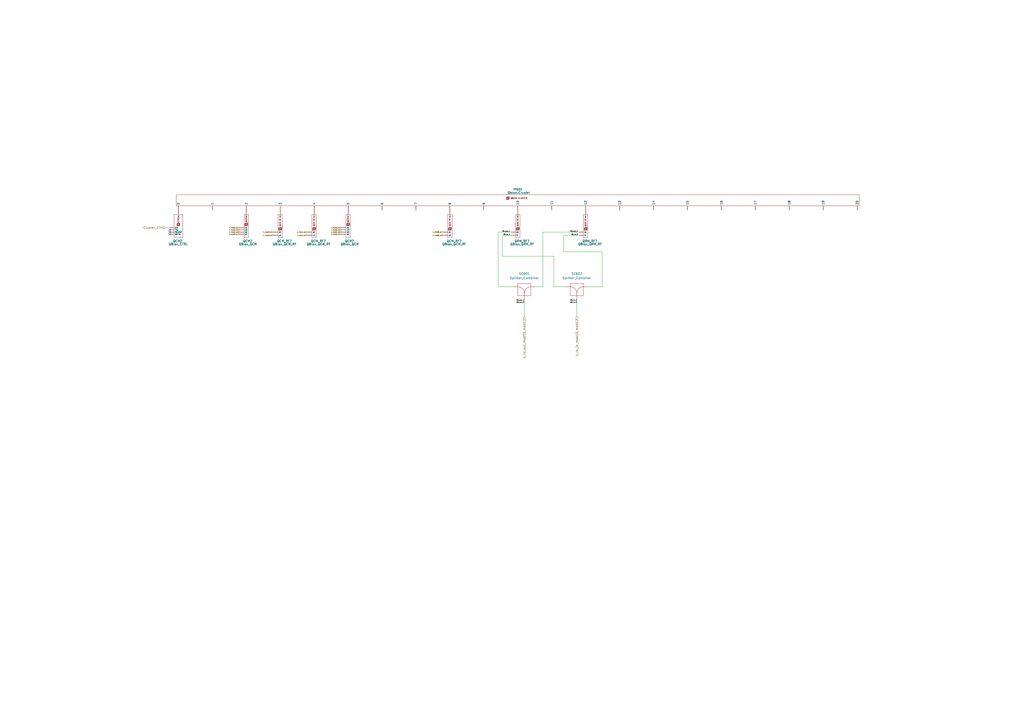
<source format=kicad_sch>
(kicad_sch (version 20230121) (generator eeschema)
  (paper "A2")
  (lib_symbols
    (symbol "Quantum Computing:QBlox_CTRL" (on_board no)
      (property "Reference" "QCM" (at -1.905 -2.032 0))
      (property "Value" "QBlox_CTRL" (at -4.445 -3.81 0))
      (symbol "QBlox_CTRL_0_0"
        (rectangle (start -1.27 13.335) (end 3.81 0))
        (polyline (pts (xy 1.905 6.985) (xy 2.1394 7.2206) (xy 2.124 8.4684) (xy 0.8708 8.4836) (xy 0.7311 8.3405) (xy 0.9734 8.3405) (xy 1.923 8.3405) (xy 1.7831 8.1985) (xy 1.6432 8.0564) (xy 0.9734 8.0564) (xy 0.9734 8.3405) (xy 0.7311 8.3405) (xy 0.638 8.2451) (xy 0.4666 8.0695) (xy 0.6456 8.0695) (xy 0.6726 8.0937) (xy 0.7205 8.1365) (xy 0.7768 8.2003) (xy 0.83 8.2695) (xy 0.8307 8.1629) (xy 0.8307 8.1389) (xy 0.8243 8.0818) (xy 0.795 8.0599) (xy 0.7264 8.0564) (xy 0.7223 8.0564) (xy 0.6596 8.0588) (xy 0.6456 8.0695) (xy 0.4666 8.0695) (xy 0.4051 8.0065) (xy 0.4051 7.3909) (xy 0.4065 7.1729) (xy 0.4104 7.0072) (xy 0.4128 6.9647) (xy 0.5472 6.9647) (xy 0.5472 7.9428) (xy 0.8313 7.9428) (xy 0.9734 7.9428) (xy 1.5984 7.9428) (xy 1.5984 7.2893) (xy 0.9734 7.2893) (xy 0.9734 7.9428) (xy 0.8313 7.9428) (xy 0.8313 7.2862) (xy 1.7405 7.2862) (xy 1.7405 7.9875) (xy 1.8832 8.1281) (xy 2.026 8.2688) (xy 2.0182 7.7861) (xy 2.0104 7.3035) (xy 1.8754 7.2948) (xy 1.7405 7.2862) (xy 0.8313 7.2862) (xy 0.8313 7.2445) (xy 0.6892 7.1046) (xy 0.5472 6.9647) (xy 0.4128 6.9647) (xy 0.4169 6.8915) (xy 0.6488 6.8915) (xy 0.7887 7.0336) (xy 0.9286 7.1756) (xy 1.5984 7.1756) (xy 1.5984 7.0829) (xy 1.7263 7.0829) (xy 1.7316 7.146) (xy 1.7585 7.1711) (xy 1.8242 7.1756) (xy 1.9221 7.1756) (xy 1.8257 7.0762) (xy 1.7924 7.042) (xy 1.7465 6.9951) (xy 1.7278 6.9768) (xy 1.7276 6.9776) (xy 1.7267 7.0104) (xy 1.7263 7.0762) (xy 1.7263 7.0829) (xy 1.5984 7.0829) (xy 1.5984 6.8915) (xy 0.6488 6.8915) (xy 0.4169 6.8915) (xy 0.417 6.8898) (xy 0.4265 6.8166) (xy 0.4392 6.7836) (xy 0.441 6.782) (xy 0.4782 6.7697) (xy 0.5557 6.7605) (xy 0.6779 6.7542) (xy 0.8486 6.7506) (xy 1.072 6.7495) (xy 1.6707 6.7495) (xy 1.905 6.985)) (stroke (width 0.01)) (fill (type outline)))
        (text "CTRL" (at 1.27 10.16 900) (effects (font (size 0.8 0.8))))
      )
      (symbol "QBlox_CTRL_1_1"
        (pin output line (at -3.81 5.715 0) (length 2.54) (name "ETH") (number ""))
        (pin output line (at -3.81 1.905 0) (length 2.54) (name "Ref_IN") (number ""))
        (pin output line (at -3.81 3.175 0) (length 2.54) (name "Ref_OUT") (number ""))
        (pin bidirectional line (at 1.27 15.875 270) (length 2.54) (name "SYNC") (number ""))
        (pin output line (at -3.81 4.445 0) (length 2.54) (name "Trig") (number ""))
      )
    )
    (symbol "Quantum Computing:QBlox_QCM" (on_board no)
      (property "Reference" "QCM" (at -1.905 -2.032 0))
      (property "Value" "QBlox_QCM" (at -4.445 -3.81 0))
      (symbol "QBlox_QCM_0_0"
        (rectangle (start -1.27 13.335) (end 1.27 0))
        (polyline (pts (xy 0.635 6.985) (xy 0.8694 7.2206) (xy 0.854 8.4684) (xy -0.3992 8.4836) (xy -0.5389 8.3405) (xy -0.2966 8.3405) (xy 0.653 8.3405) (xy 0.5131 8.1985) (xy 0.3732 8.0564) (xy -0.2966 8.0564) (xy -0.2966 8.3405) (xy -0.5389 8.3405) (xy -0.632 8.2451) (xy -0.8034 8.0695) (xy -0.6244 8.0695) (xy -0.5974 8.0937) (xy -0.5495 8.1365) (xy -0.4932 8.2003) (xy -0.44 8.2695) (xy -0.4393 8.1629) (xy -0.4393 8.1389) (xy -0.4457 8.0818) (xy -0.475 8.0599) (xy -0.5436 8.0564) (xy -0.5477 8.0564) (xy -0.6104 8.0588) (xy -0.6244 8.0695) (xy -0.8034 8.0695) (xy -0.8649 8.0065) (xy -0.8649 7.3909) (xy -0.8635 7.1729) (xy -0.8596 7.0072) (xy -0.8572 6.9647) (xy -0.7228 6.9647) (xy -0.7228 7.9428) (xy -0.4387 7.9428) (xy -0.2966 7.9428) (xy 0.3284 7.9428) (xy 0.3284 7.2893) (xy -0.2966 7.2893) (xy -0.2966 7.9428) (xy -0.4387 7.9428) (xy -0.4387 7.2862) (xy 0.4705 7.2862) (xy 0.4705 7.9875) (xy 0.6132 8.1281) (xy 0.756 8.2688) (xy 0.7482 7.7861) (xy 0.7404 7.3035) (xy 0.6054 7.2948) (xy 0.4705 7.2862) (xy -0.4387 7.2862) (xy -0.4387 7.2445) (xy -0.5808 7.1046) (xy -0.7228 6.9647) (xy -0.8572 6.9647) (xy -0.8531 6.8915) (xy -0.6212 6.8915) (xy -0.4813 7.0336) (xy -0.3414 7.1756) (xy 0.3284 7.1756) (xy 0.3284 7.0829) (xy 0.4563 7.0829) (xy 0.4616 7.146) (xy 0.4885 7.1711) (xy 0.5542 7.1756) (xy 0.6521 7.1756) (xy 0.5557 7.0762) (xy 0.5224 7.042) (xy 0.4765 6.9951) (xy 0.4578 6.9768) (xy 0.4576 6.9776) (xy 0.4567 7.0104) (xy 0.4563 7.0762) (xy 0.4563 7.0829) (xy 0.3284 7.0829) (xy 0.3284 6.8915) (xy -0.6212 6.8915) (xy -0.8531 6.8915) (xy -0.853 6.8898) (xy -0.8435 6.8166) (xy -0.8308 6.7836) (xy -0.829 6.782) (xy -0.7918 6.7697) (xy -0.7143 6.7605) (xy -0.5921 6.7542) (xy -0.4214 6.7506) (xy -0.198 6.7495) (xy 0.4007 6.7495) (xy 0.635 6.985)) (stroke (width 0.01)) (fill (type outline)))
        (text "QCM" (at 0 10.16 900) (effects (font (size 0.8 0.8))))
      )
      (symbol "QBlox_QCM_1_1"
        (pin bidirectional line (at 0 15.875 270) (length 2.54) (name "SYNC") (number ""))
        (pin output line (at -3.81 5.715 0) (length 2.54) (name "o1") (number ""))
        (pin output line (at -3.81 4.445 0) (length 2.54) (name "o2") (number ""))
        (pin output line (at -3.81 3.175 0) (length 2.54) (name "o3") (number ""))
        (pin output line (at -3.81 1.905 0) (length 2.54) (name "o4") (number ""))
      )
    )
    (symbol "Quantum Computing:QBlox_QCM_RF" (on_board no)
      (property "Reference" "QCM_RF" (at -1.905 -2.032 0))
      (property "Value" "QBlox_QCM_RF" (at -4.445 -3.81 0))
      (symbol "QBlox_QCM_RF_0_0"
        (rectangle (start -1.27 13.335) (end 1.27 0))
        (polyline (pts (xy 0.635 4.445) (xy 0.8694 4.6806) (xy 0.854 5.9284) (xy -0.3992 5.9436) (xy -0.5389 5.8005) (xy -0.2966 5.8005) (xy 0.653 5.8005) (xy 0.5131 5.6585) (xy 0.3732 5.5164) (xy -0.2966 5.5164) (xy -0.2966 5.8005) (xy -0.5389 5.8005) (xy -0.632 5.7051) (xy -0.8034 5.5295) (xy -0.6244 5.5295) (xy -0.5974 5.5537) (xy -0.5495 5.5965) (xy -0.4932 5.6603) (xy -0.44 5.7295) (xy -0.4393 5.6229) (xy -0.4393 5.5989) (xy -0.4457 5.5418) (xy -0.475 5.5199) (xy -0.5436 5.5164) (xy -0.5477 5.5164) (xy -0.6104 5.5188) (xy -0.6244 5.5295) (xy -0.8034 5.5295) (xy -0.8649 5.4665) (xy -0.8649 4.8509) (xy -0.8635 4.6329) (xy -0.8596 4.4672) (xy -0.8572 4.4247) (xy -0.7228 4.4247) (xy -0.7228 5.4028) (xy -0.4387 5.4028) (xy -0.2966 5.4028) (xy 0.3284 5.4028) (xy 0.3284 4.7493) (xy -0.2966 4.7493) (xy -0.2966 5.4028) (xy -0.4387 5.4028) (xy -0.4387 4.7462) (xy 0.4705 4.7462) (xy 0.4705 5.4475) (xy 0.6132 5.5881) (xy 0.756 5.7288) (xy 0.7482 5.2461) (xy 0.7404 4.7635) (xy 0.6054 4.7548) (xy 0.4705 4.7462) (xy -0.4387 4.7462) (xy -0.4387 4.7045) (xy -0.5808 4.5646) (xy -0.7228 4.4247) (xy -0.8572 4.4247) (xy -0.8531 4.3515) (xy -0.6212 4.3515) (xy -0.4813 4.4936) (xy -0.3414 4.6356) (xy 0.3284 4.6356) (xy 0.3284 4.5429) (xy 0.4563 4.5429) (xy 0.4616 4.606) (xy 0.4885 4.6311) (xy 0.5542 4.6356) (xy 0.6521 4.6356) (xy 0.5557 4.5362) (xy 0.5224 4.502) (xy 0.4765 4.4551) (xy 0.4578 4.4368) (xy 0.4576 4.4376) (xy 0.4567 4.4704) (xy 0.4563 4.5362) (xy 0.4563 4.5429) (xy 0.3284 4.5429) (xy 0.3284 4.3515) (xy -0.6212 4.3515) (xy -0.8531 4.3515) (xy -0.853 4.3498) (xy -0.8435 4.2766) (xy -0.8308 4.2436) (xy -0.829 4.242) (xy -0.7918 4.2297) (xy -0.7143 4.2205) (xy -0.5921 4.2142) (xy -0.4214 4.2106) (xy -0.198 4.2095) (xy 0.4007 4.2095) (xy 0.635 4.445)) (stroke (width 0.01)) (fill (type outline)))
        (text "QCM RF" (at 0 8.89 900) (effects (font (size 0.8 0.8))))
      )
      (symbol "QBlox_QCM_RF_1_1"
        (pin bidirectional line (at 0 15.875 270) (length 2.54) (name "SYNC") (number ""))
        (pin output line (at -3.81 3.175 0) (length 2.54) (name "o1") (number ""))
        (pin output line (at -3.81 1.27 0) (length 2.54) (name "o2") (number ""))
      )
    )
    (symbol "Quantum Computing:QBlox_QRM_RF" (on_board no)
      (property "Reference" "QRM_RF" (at -1.905 -2.032 0))
      (property "Value" "QBlox_QRM_RF" (at -4.445 -3.81 0))
      (symbol "QBlox_QRM_RF_0_0"
        (rectangle (start -1.27 13.335) (end 1.27 0))
        (polyline (pts (xy 0.635 4.445) (xy 0.8694 4.6806) (xy 0.854 5.9284) (xy -0.3992 5.9436) (xy -0.5389 5.8005) (xy -0.2966 5.8005) (xy 0.653 5.8005) (xy 0.5131 5.6585) (xy 0.3732 5.5164) (xy -0.2966 5.5164) (xy -0.2966 5.8005) (xy -0.5389 5.8005) (xy -0.632 5.7051) (xy -0.8034 5.5295) (xy -0.6244 5.5295) (xy -0.5974 5.5537) (xy -0.5495 5.5965) (xy -0.4932 5.6603) (xy -0.44 5.7295) (xy -0.4393 5.6229) (xy -0.4393 5.5989) (xy -0.4457 5.5418) (xy -0.475 5.5199) (xy -0.5436 5.5164) (xy -0.5477 5.5164) (xy -0.6104 5.5188) (xy -0.6244 5.5295) (xy -0.8034 5.5295) (xy -0.8649 5.4665) (xy -0.8649 4.8509) (xy -0.8635 4.6329) (xy -0.8596 4.4672) (xy -0.8572 4.4247) (xy -0.7228 4.4247) (xy -0.7228 5.4028) (xy -0.4387 5.4028) (xy -0.2966 5.4028) (xy 0.3284 5.4028) (xy 0.3284 4.7493) (xy -0.2966 4.7493) (xy -0.2966 5.4028) (xy -0.4387 5.4028) (xy -0.4387 4.7462) (xy 0.4705 4.7462) (xy 0.4705 5.4475) (xy 0.6132 5.5881) (xy 0.756 5.7288) (xy 0.7482 5.2461) (xy 0.7404 4.7635) (xy 0.6054 4.7548) (xy 0.4705 4.7462) (xy -0.4387 4.7462) (xy -0.4387 4.7045) (xy -0.5808 4.5646) (xy -0.7228 4.4247) (xy -0.8572 4.4247) (xy -0.8531 4.3515) (xy -0.6212 4.3515) (xy -0.4813 4.4936) (xy -0.3414 4.6356) (xy 0.3284 4.6356) (xy 0.3284 4.5429) (xy 0.4563 4.5429) (xy 0.4616 4.606) (xy 0.4885 4.6311) (xy 0.5542 4.6356) (xy 0.6521 4.6356) (xy 0.5557 4.5362) (xy 0.5224 4.502) (xy 0.4765 4.4551) (xy 0.4578 4.4368) (xy 0.4576 4.4376) (xy 0.4567 4.4704) (xy 0.4563 4.5362) (xy 0.4563 4.5429) (xy 0.3284 4.5429) (xy 0.3284 4.3515) (xy -0.6212 4.3515) (xy -0.8531 4.3515) (xy -0.853 4.3498) (xy -0.8435 4.2766) (xy -0.8308 4.2436) (xy -0.829 4.242) (xy -0.7918 4.2297) (xy -0.7143 4.2205) (xy -0.5921 4.2142) (xy -0.4214 4.2106) (xy -0.198 4.2095) (xy 0.4007 4.2095) (xy 0.635 4.445)) (stroke (width 0.01)) (fill (type outline)))
        (text "QRM RF" (at 0 8.89 900) (effects (font (size 0.8 0.8))))
      )
      (symbol "QBlox_QRM_RF_1_1"
        (pin bidirectional line (at 0 15.875 270) (length 2.54) (name "SYNC") (number ""))
        (pin output line (at -3.81 1.27 0) (length 2.54) (name "i1") (number ""))
        (pin output line (at -3.81 3.175 0) (length 2.54) (name "o1") (number ""))
      )
    )
    (symbol "Quantum Computing:Qblox_Cluster"
      (property "Reference" "IP" (at 0 6.985 0))
      (property "Value" "Qblox_Cluster" (at 0.635 5.08 0))
      (symbol "Qblox_Cluster_0_0"
        (rectangle (start -198.12 3.81) (end 198.12 -2.54))
        (polyline (pts (xy -5.08 1.27) (xy -4.8456 1.5056) (xy -4.861 2.7534) (xy -6.1142 2.7686) (xy -6.2539 2.6255) (xy -6.0116 2.6255) (xy -5.062 2.6255) (xy -5.2019 2.4835) (xy -5.3418 2.3414) (xy -6.0116 2.3414) (xy -6.0116 2.6255) (xy -6.2539 2.6255) (xy -6.347 2.5301) (xy -6.5184 2.3545) (xy -6.3394 2.3545) (xy -6.3124 2.3787) (xy -6.2645 2.4215) (xy -6.2082 2.4853) (xy -6.155 2.5545) (xy -6.1543 2.4479) (xy -6.1543 2.4239) (xy -6.1607 2.3668) (xy -6.19 2.3449) (xy -6.2586 2.3414) (xy -6.2627 2.3414) (xy -6.3254 2.3438) (xy -6.3394 2.3545) (xy -6.5184 2.3545) (xy -6.5799 2.2915) (xy -6.5799 1.6759) (xy -6.5785 1.4579) (xy -6.5746 1.2922) (xy -6.5722 1.2497) (xy -6.4378 1.2497) (xy -6.4378 2.2278) (xy -6.1537 2.2278) (xy -6.0116 2.2278) (xy -5.3866 2.2278) (xy -5.3866 1.5743) (xy -6.0116 1.5743) (xy -6.0116 2.2278) (xy -6.1537 2.2278) (xy -6.1537 1.5712) (xy -5.2445 1.5712) (xy -5.2445 2.2725) (xy -5.1018 2.4131) (xy -4.959 2.5538) (xy -4.9668 2.0711) (xy -4.9746 1.5885) (xy -5.1096 1.5798) (xy -5.2445 1.5712) (xy -6.1537 1.5712) (xy -6.1537 1.5295) (xy -6.2958 1.3896) (xy -6.4378 1.2497) (xy -6.5722 1.2497) (xy -6.5681 1.1765) (xy -6.3362 1.1765) (xy -6.1963 1.3186) (xy -6.0564 1.4606) (xy -5.3866 1.4606) (xy -5.3866 1.3679) (xy -5.2587 1.3679) (xy -5.2534 1.431) (xy -5.2265 1.4561) (xy -5.1608 1.4606) (xy -5.0629 1.4606) (xy -5.1593 1.3612) (xy -5.1926 1.327) (xy -5.2385 1.2801) (xy -5.2572 1.2618) (xy -5.2574 1.2626) (xy -5.2583 1.2954) (xy -5.2587 1.3612) (xy -5.2587 1.3679) (xy -5.3866 1.3679) (xy -5.3866 1.1765) (xy -6.3362 1.1765) (xy -6.5681 1.1765) (xy -6.568 1.1748) (xy -6.5585 1.1016) (xy -6.5458 1.0686) (xy -6.544 1.067) (xy -6.5068 1.0547) (xy -6.4293 1.0455) (xy -6.3071 1.0392) (xy -6.1364 1.0356) (xy -5.913 1.0345) (xy -5.3143 1.0345) (xy -5.08 1.27)) (stroke (width 0.01)) (fill (type outline)))
        (text "QBLOX CLUSTER" (at 0.635 1.905 0) (effects (font (size 0.8 0.8))))
      )
      (symbol "Qblox_Cluster_1_1"
        (pin passive line (at -196.85 -5.08 90) (length 2.54) (name "0") (number ""))
        (pin passive line (at -177.165 -5.08 90) (length 2.54) (name "1") (number ""))
        (pin passive line (at 0 -5.08 90) (length 2.54) (name "10") (number ""))
        (pin passive line (at 19.685 -5.08 90) (length 2.54) (name "11") (number ""))
        (pin passive line (at 39.37 -5.08 90) (length 2.54) (name "12") (number ""))
        (pin passive line (at 59.055 -5.08 90) (length 2.54) (name "13") (number ""))
        (pin passive line (at 78.74 -5.08 90) (length 2.54) (name "14") (number ""))
        (pin passive line (at 98.425 -5.08 90) (length 2.54) (name "15") (number ""))
        (pin passive line (at 118.11 -5.08 90) (length 2.54) (name "16") (number ""))
        (pin passive line (at 137.795 -5.08 90) (length 2.54) (name "17") (number ""))
        (pin passive line (at 157.48 -5.08 90) (length 2.54) (name "18") (number ""))
        (pin passive line (at 177.165 -5.08 90) (length 2.54) (name "19") (number ""))
        (pin passive line (at -157.48 -5.08 90) (length 2.54) (name "2") (number ""))
        (pin passive line (at 196.85 -5.08 90) (length 2.54) (name "20") (number ""))
        (pin passive line (at -137.795 -5.08 90) (length 2.54) (name "3") (number ""))
        (pin passive line (at -118.11 -5.08 90) (length 2.54) (name "4") (number ""))
        (pin passive line (at -98.425 -5.08 90) (length 2.54) (name "5") (number ""))
        (pin passive line (at -78.74 -5.08 90) (length 2.54) (name "6") (number ""))
        (pin passive line (at -59.055 -5.08 90) (length 2.54) (name "7") (number ""))
        (pin passive line (at -39.37 -5.08 90) (length 2.54) (name "8") (number ""))
        (pin passive line (at -19.685 -5.08 90) (length 2.54) (name "9") (number ""))
      )
    )
    (symbol "Quantum Computing:Splitter_Combiner" (on_board no)
      (property "Reference" "SC" (at 0 -4.445 0))
      (property "Value" "Splitter_Combiner" (at 0 -6.985 0))
      (symbol "Splitter_Combiner_0_1"
        (arc (start -3.81 0) (mid -1.0971 1.097) (end 0 3.81))
        (rectangle (start -3.81 5.08) (end 3.81 -1.905))
        (polyline (pts (xy 0 3.81) (xy 0 5.08)))
        (arc (start 0 3.81) (mid 1.1114 1.1114) (end 3.81 0))
      )
      (symbol "Splitter_Combiner_1_1"
        (pin bidirectional line (at -6.35 0 0) (length 2.54) (name "") (number ""))
        (pin bidirectional line (at 0 7.62 270) (length 2.54) (name "") (number ""))
        (pin bidirectional line (at 6.35 0 180) (length 2.54) (name "") (number ""))
      )
    )
  )
  (no_connect (at 98.425 134.62))
  (no_connect (at 98.425 133.35))
  (no_connect (at 98.425 135.89))
  (wire (pts (xy 291.465 136.525) (xy 296.545 136.525)))
  (wire (pts (xy 321.31 166.37) (xy 321.31 148.59)))
  (wire (pts (xy 328.295 166.37) (xy 321.31 166.37)))
  (wire (pts (xy 340.995 166.37) (xy 349.25 166.37)))
  (wire (pts (xy 296.545 134.62) (xy 288.925 134.62)))
  (wire (pts (xy 304.165 173.99) (xy 304.165 183.515)))
  (wire (pts (xy 334.645 173.99) (xy 334.645 183.515)))
  (wire (pts (xy 349.25 166.37) (xy 349.25 146.05)))
  (wire (pts (xy 291.465 148.59) (xy 291.465 136.525)))
  (wire (pts (xy 327.025 146.05) (xy 327.025 136.525)))
  (wire (pts (xy 327.025 136.525) (xy 335.915 136.525)))
  (wire (pts (xy 314.96 134.62) (xy 335.915 134.62)))
  (wire (pts (xy 314.96 166.37) (xy 314.96 134.62)))
  (wire (pts (xy 349.25 146.05) (xy 327.025 146.05)))
  (wire (pts (xy 95.885 132.08) (xy 98.425 132.08)))
  (wire (pts (xy 288.925 134.62) (xy 288.925 166.37)))
  (wire (pts (xy 321.31 148.59) (xy 291.465 148.59)))
  (wire (pts (xy 288.925 166.37) (xy 297.815 166.37)))
  (wire (pts (xy 310.515 166.37) (xy 314.96 166.37)))
  (label "RO_in_2" (at 334.645 175.895 180) (effects (font (size 0.64 0.64))))
  (label "RO_out_2" (at 304.165 175.895 180) (effects (font (size 0.64 0.64))))
  (label "RO_out_2" (at 335.28 134.62 180) (effects (font (size 0.64 0.64))))
  (label "RO_out_1" (at 295.91 134.62 180) (effects (font (size 0.64 0.64))))
  (label "RO_in_2" (at 335.28 136.525 180) (effects (font (size 0.64 0.64))))
  (label "RO_in_1" (at 295.91 136.525 180) (effects (font (size 0.64 0.64))))
  (label "RO_in_1" (at 334.645 174.625 180) (effects (font (size 0.64 0.64))))
  (label "RO_out_1" (at 304.165 174.625 180) (effects (font (size 0.64 0.64))))
  (hierarchical_label "4_mod2_o3" (shape input) (at 139.065 134.62 180) (effects (font (size 0.64 0.64))))
  (hierarchical_label "4_mod2_o4" (shape input) (at 139.065 135.89 180) (effects (font (size 0.64 0.64))))
  (hierarchical_label "4_mod5_o3" (shape input) (at 198.12 134.62 180) (effects (font (size 0.64 0.64))))
  (hierarchical_label "4_mod8_o1" (shape input) (at 257.175 134.62 180) (effects (font (size 0.64 0.64))))
  (hierarchical_label "Cluster_ETH" (shape input) (at 95.885 132.08 180))
  (hierarchical_label "4_ro_in_mod10_mod12" (shape input) (at 334.645 183.515 270))
  (hierarchical_label "4_mod4_o1" (shape input) (at 178.435 134.62 180) (effects (font (size 0.64 0.64))))
  (hierarchical_label "4_mod8_o2" (shape input) (at 257.175 136.525 180) (effects (font (size 0.64 0.64))))
  (hierarchical_label "4_mod5_o1" (shape input) (at 198.12 132.08 180) (effects (font (size 0.64 0.64))))
  (hierarchical_label "4_mod5_o2" (shape input) (at 198.12 133.35 180) (effects (font (size 0.64 0.64))))
  (hierarchical_label "4_mod4_o2" (shape input) (at 178.435 136.525 180) (effects (font (size 0.64 0.64))))
  (hierarchical_label "4_ro_out_mod10_mod12" (shape input) (at 304.165 183.515 270))
  (hierarchical_label "4_mod2_o1" (shape input) (at 139.065 132.08 180) (effects (font (size 0.64 0.64))))
  (hierarchical_label "4_mod3_o2" (shape input) (at 158.75 136.525 180) (effects (font (size 0.64 0.64))))
  (hierarchical_label "4_mod2_o2" (shape input) (at 139.065 133.35 180) (effects (font (size 0.64 0.64))))
  (hierarchical_label "4_mod5_o4" (shape input) (at 198.12 135.89 180) (effects (font (size 0.64 0.64))))
  (hierarchical_label "4_mod3_o1" (shape input) (at 158.75 134.62 180) (effects (font (size 0.64 0.64))))
  (symbol (lib_id "Quantum Computing:QBlox_QCM") (at 201.93 137.795 0) (unit 1) (on_board no)
    (property "Reference" "QCM?" (at 200.025 139.827 0) (effects (justify left)))
    (property "Value" "QBlox_QCM" (at 197.485 141.605 0) (effects (justify left)))
    (instances (project "Q1_2023" (path "" (reference "QCM?") (unit 1)) (path "" (reference "QCM3") (unit 1))))
  )
  (symbol (lib_id "Quantum Computing:QBlox_QCM") (at 142.875 137.795 0) (unit 1) (on_board no)
    (property "Reference" "QCM?" (at 140.97 139.827 0) (effects (justify left)))
    (property "Value" "QBlox_QCM" (at 138.43 141.605 0) (effects (justify left)))
    (instances (project "Q1_2023" (path "" (reference "QCM?") (unit 1)) (path "" (reference "QCM2") (unit 1))))
  )
  (symbol (lib_id "Quantum Computing:QBlox_QCM_RF") (at 162.56 137.795 0) (unit 1) (on_board no)
    (property "Reference" "QCM_RF?" (at 160.655 139.827 0) (effects (justify left)))
    (property "Value" "QBlox_QCM_RF" (at 158.115 141.605 0) (effects (justify left)))
    (instances (project "Q1_2023" (path "" (reference "QCM_RF?") (unit 1)) (path "" (reference "QCM_RF1") (unit 1))))
  )
  (symbol (lib_id "Quantum Computing:QBlox_QCM_RF") (at 260.985 137.795 0) (unit 1) (on_board no)
    (property "Reference" "QCM_RF?" (at 259.08 139.827 0) (effects (justify left)))
    (property "Value" "QBlox_QCM_RF" (at 256.54 141.605 0) (effects (justify left)))
    (instances (project "Q1_2023" (path "" (reference "QCM_RF?") (unit 1)) (path "" (reference "QCM_RF4") (unit 1))))
  )
  (symbol (lib_id "Quantum Computing:Splitter_Combiner") (at 304.165 166.37 180) (unit 1) (on_board no)
    (property "Reference" "SC601" (at 304.165 158.75 0))
    (property "Value" "Splitter_Combiner" (at 304.165 161.29 0))
    (instances (project "Q1_2023" (path "" (reference "SC601") (unit 1)) (path "" (reference "SC1") (unit 1))))
  )
  (symbol (lib_id "Quantum Computing:Qblox_Cluster") (at 300.355 116.84 0) (unit 1)
    (property "Reference" "IP601" (at 300.355 109.855 0))
    (property "Value" "Qblox_Cluster" (at 300.99 111.76 0))
    (instances (project "Q1_2023" (path "" (reference "IP601") (unit 1)) (path "" (reference "IP1") (unit 1))))
  )
  (symbol (lib_id "Quantum Computing:QBlox_QRM_RF") (at 339.725 137.795 0) (unit 1) (on_board no)
    (property "Reference" "QRM_RF?" (at 337.82 139.827 0) (effects (justify left)))
    (property "Value" "QBlox_QRM_RF" (at 335.28 141.605 0) (effects (justify left)))
    (instances (project "Q1_2023" (path "" (reference "QRM_RF?") (unit 1)) (path "" (reference "QRM_RF2") (unit 1))))
  )
  (symbol (lib_id "Quantum Computing:QBlox_QRM_RF") (at 300.355 137.795 0) (unit 1) (on_board no)
    (property "Reference" "QRM_RF?" (at 298.45 139.827 0) (effects (justify left)))
    (property "Value" "QBlox_QRM_RF" (at 295.91 141.605 0) (effects (justify left)))
    (instances (project "Q1_2023" (path "" (reference "QRM_RF?") (unit 1)) (path "" (reference "QRM_RF1") (unit 1))))
  )
  (symbol (lib_id "Quantum Computing:Splitter_Combiner") (at 334.645 166.37 180) (unit 1) (on_board no)
    (property "Reference" "SC602" (at 334.645 158.75 0))
    (property "Value" "Splitter_Combiner" (at 334.645 161.29 0))
    (instances (project "Q1_2023" (path "" (reference "SC602") (unit 1)) (path "" (reference "SC2") (unit 1))))
  )
  (symbol (lib_id "Quantum Computing:QBlox_CTRL") (at 102.235 137.795 0) (unit 1) (on_board no)
    (property "Reference" "QCM?" (at 100.33 139.827 0) (effects (justify left)))
    (property "Value" "QBlox_CTRL" (at 97.79 141.605 0) (effects (justify left)))
    (instances (project "Q1_2023" (path "" (reference "QCM?") (unit 1)) (path "" (reference "QCM1") (unit 1))))
  )
  (symbol (lib_id "Quantum Computing:QBlox_QCM_RF") (at 182.245 137.795 0) (unit 1) (on_board no)
    (property "Reference" "QCM_RF?" (at 180.34 139.827 0) (effects (justify left)))
    (property "Value" "QBlox_QCM_RF" (at 177.8 141.605 0) (effects (justify left)))
    (instances (project "Q1_2023" (path "" (reference "QCM_RF?") (unit 1)) (path "" (reference "QCM_RF2") (unit 1))))
  )
)
</source>
